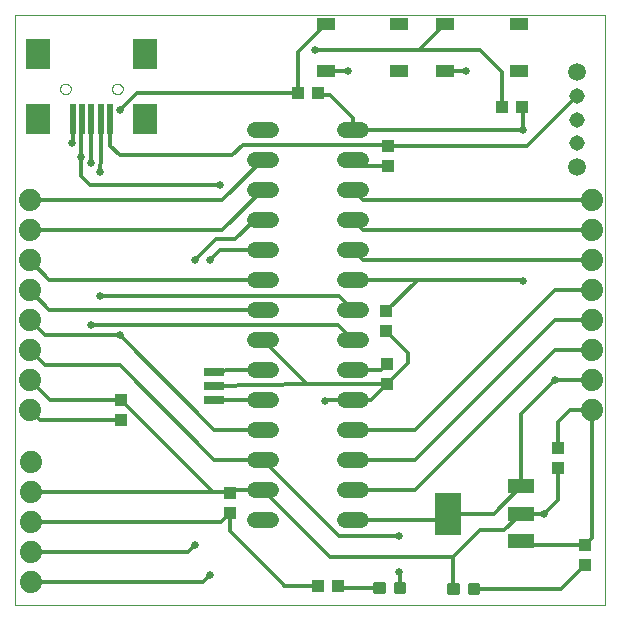
<source format=gtl>
G04 EAGLE Gerber X2 export*
G75*
%MOMM*%
%FSLAX34Y34*%
%LPD*%
%AMOC8*
5,1,8,0,0,1.08239X$1,22.5*%
G01*
%ADD10C,0.000000*%
%ADD11R,1.000000X1.100000*%
%ADD12R,1.700000X0.700000*%
%ADD13C,1.879600*%
%ADD14C,0.300000*%
%ADD15R,0.500000X2.500000*%
%ADD16R,2.000000X2.500000*%
%ADD17C,1.320800*%
%ADD18R,1.100000X1.000000*%
%ADD19R,1.650000X1.000000*%
%ADD20C,1.508000*%
%ADD21C,1.308000*%
%ADD22R,2.235200X1.219200*%
%ADD23R,2.200000X3.600000*%
%ADD24C,0.304800*%
%ADD25C,0.654800*%


D10*
X0Y0D02*
X500000Y0D01*
X500000Y500000D01*
X0Y500000D01*
X0Y0D01*
D11*
X89960Y173680D03*
X89960Y156680D03*
X316300Y388730D03*
X316300Y371730D03*
X314420Y249000D03*
X314420Y232000D03*
X314910Y204040D03*
X314910Y187040D03*
X182170Y95330D03*
X182170Y78330D03*
D12*
X168748Y197656D03*
X168748Y185656D03*
X168748Y173656D03*
D13*
X12700Y342900D03*
X12700Y317500D03*
X12700Y292100D03*
X12700Y266700D03*
X12700Y241300D03*
X12700Y215900D03*
X12700Y190500D03*
X12700Y165100D03*
X488950Y165100D03*
X488950Y190500D03*
X488950Y215900D03*
X488950Y241300D03*
X488950Y266700D03*
X488950Y292100D03*
X488950Y317500D03*
X488950Y342900D03*
D14*
X312370Y18070D02*
X312370Y11070D01*
X305370Y11070D01*
X305370Y18070D01*
X312370Y18070D01*
X312370Y14069D02*
X305370Y14069D01*
X305370Y17068D02*
X312370Y17068D01*
X329910Y18070D02*
X329910Y11070D01*
X322910Y11070D01*
X322910Y18070D01*
X329910Y18070D01*
X329910Y14069D02*
X322910Y14069D01*
X322910Y17068D02*
X329910Y17068D01*
D15*
X64900Y412090D03*
X72900Y412090D03*
X48900Y412090D03*
X56900Y412090D03*
D16*
X109900Y467090D03*
X109900Y412090D03*
X19900Y467090D03*
X19900Y412090D03*
D15*
X80900Y412090D03*
D10*
X82400Y437090D02*
X82402Y437224D01*
X82408Y437358D01*
X82418Y437491D01*
X82432Y437625D01*
X82450Y437758D01*
X82472Y437890D01*
X82497Y438021D01*
X82527Y438152D01*
X82561Y438282D01*
X82598Y438410D01*
X82639Y438538D01*
X82684Y438664D01*
X82733Y438789D01*
X82785Y438912D01*
X82841Y439034D01*
X82901Y439154D01*
X82964Y439272D01*
X83031Y439388D01*
X83101Y439502D01*
X83175Y439614D01*
X83252Y439724D01*
X83332Y439832D01*
X83415Y439937D01*
X83501Y440039D01*
X83590Y440139D01*
X83683Y440236D01*
X83778Y440331D01*
X83876Y440422D01*
X83976Y440511D01*
X84079Y440596D01*
X84185Y440679D01*
X84293Y440758D01*
X84403Y440834D01*
X84516Y440907D01*
X84631Y440976D01*
X84747Y441042D01*
X84866Y441104D01*
X84986Y441163D01*
X85109Y441218D01*
X85232Y441270D01*
X85357Y441317D01*
X85484Y441361D01*
X85612Y441402D01*
X85741Y441438D01*
X85871Y441471D01*
X86002Y441499D01*
X86133Y441524D01*
X86266Y441545D01*
X86399Y441562D01*
X86532Y441575D01*
X86666Y441584D01*
X86800Y441589D01*
X86934Y441590D01*
X87067Y441587D01*
X87201Y441580D01*
X87335Y441569D01*
X87468Y441554D01*
X87601Y441535D01*
X87733Y441512D01*
X87864Y441486D01*
X87994Y441455D01*
X88124Y441420D01*
X88252Y441382D01*
X88379Y441340D01*
X88505Y441294D01*
X88630Y441244D01*
X88753Y441191D01*
X88874Y441134D01*
X88994Y441073D01*
X89111Y441009D01*
X89227Y440942D01*
X89341Y440871D01*
X89452Y440796D01*
X89561Y440719D01*
X89668Y440638D01*
X89773Y440554D01*
X89874Y440467D01*
X89974Y440377D01*
X90070Y440284D01*
X90164Y440188D01*
X90255Y440089D01*
X90342Y439988D01*
X90427Y439884D01*
X90509Y439778D01*
X90587Y439670D01*
X90662Y439559D01*
X90734Y439446D01*
X90803Y439330D01*
X90868Y439213D01*
X90929Y439094D01*
X90987Y438973D01*
X91041Y438851D01*
X91092Y438727D01*
X91139Y438601D01*
X91182Y438474D01*
X91221Y438346D01*
X91257Y438217D01*
X91288Y438087D01*
X91316Y437956D01*
X91340Y437824D01*
X91360Y437691D01*
X91376Y437558D01*
X91388Y437425D01*
X91396Y437291D01*
X91400Y437157D01*
X91400Y437023D01*
X91396Y436889D01*
X91388Y436755D01*
X91376Y436622D01*
X91360Y436489D01*
X91340Y436356D01*
X91316Y436224D01*
X91288Y436093D01*
X91257Y435963D01*
X91221Y435834D01*
X91182Y435706D01*
X91139Y435579D01*
X91092Y435453D01*
X91041Y435329D01*
X90987Y435207D01*
X90929Y435086D01*
X90868Y434967D01*
X90803Y434850D01*
X90734Y434734D01*
X90662Y434621D01*
X90587Y434510D01*
X90509Y434402D01*
X90427Y434296D01*
X90342Y434192D01*
X90255Y434091D01*
X90164Y433992D01*
X90070Y433896D01*
X89974Y433803D01*
X89874Y433713D01*
X89773Y433626D01*
X89668Y433542D01*
X89561Y433461D01*
X89452Y433384D01*
X89341Y433309D01*
X89227Y433238D01*
X89111Y433171D01*
X88994Y433107D01*
X88874Y433046D01*
X88753Y432989D01*
X88630Y432936D01*
X88505Y432886D01*
X88379Y432840D01*
X88252Y432798D01*
X88124Y432760D01*
X87994Y432725D01*
X87864Y432694D01*
X87733Y432668D01*
X87601Y432645D01*
X87468Y432626D01*
X87335Y432611D01*
X87201Y432600D01*
X87067Y432593D01*
X86934Y432590D01*
X86800Y432591D01*
X86666Y432596D01*
X86532Y432605D01*
X86399Y432618D01*
X86266Y432635D01*
X86133Y432656D01*
X86002Y432681D01*
X85871Y432709D01*
X85741Y432742D01*
X85612Y432778D01*
X85484Y432819D01*
X85357Y432863D01*
X85232Y432910D01*
X85109Y432962D01*
X84986Y433017D01*
X84866Y433076D01*
X84747Y433138D01*
X84631Y433204D01*
X84516Y433273D01*
X84403Y433346D01*
X84293Y433422D01*
X84185Y433501D01*
X84079Y433584D01*
X83976Y433669D01*
X83876Y433758D01*
X83778Y433849D01*
X83683Y433944D01*
X83590Y434041D01*
X83501Y434141D01*
X83415Y434243D01*
X83332Y434348D01*
X83252Y434456D01*
X83175Y434566D01*
X83101Y434678D01*
X83031Y434792D01*
X82964Y434908D01*
X82901Y435026D01*
X82841Y435146D01*
X82785Y435268D01*
X82733Y435391D01*
X82684Y435516D01*
X82639Y435642D01*
X82598Y435770D01*
X82561Y435898D01*
X82527Y436028D01*
X82497Y436159D01*
X82472Y436290D01*
X82450Y436422D01*
X82432Y436555D01*
X82418Y436689D01*
X82408Y436822D01*
X82402Y436956D01*
X82400Y437090D01*
X38400Y437090D02*
X38402Y437224D01*
X38408Y437358D01*
X38418Y437491D01*
X38432Y437625D01*
X38450Y437758D01*
X38472Y437890D01*
X38497Y438021D01*
X38527Y438152D01*
X38561Y438282D01*
X38598Y438410D01*
X38639Y438538D01*
X38684Y438664D01*
X38733Y438789D01*
X38785Y438912D01*
X38841Y439034D01*
X38901Y439154D01*
X38964Y439272D01*
X39031Y439388D01*
X39101Y439502D01*
X39175Y439614D01*
X39252Y439724D01*
X39332Y439832D01*
X39415Y439937D01*
X39501Y440039D01*
X39590Y440139D01*
X39683Y440236D01*
X39778Y440331D01*
X39876Y440422D01*
X39976Y440511D01*
X40079Y440596D01*
X40185Y440679D01*
X40293Y440758D01*
X40403Y440834D01*
X40516Y440907D01*
X40631Y440976D01*
X40747Y441042D01*
X40866Y441104D01*
X40986Y441163D01*
X41109Y441218D01*
X41232Y441270D01*
X41357Y441317D01*
X41484Y441361D01*
X41612Y441402D01*
X41741Y441438D01*
X41871Y441471D01*
X42002Y441499D01*
X42133Y441524D01*
X42266Y441545D01*
X42399Y441562D01*
X42532Y441575D01*
X42666Y441584D01*
X42800Y441589D01*
X42934Y441590D01*
X43067Y441587D01*
X43201Y441580D01*
X43335Y441569D01*
X43468Y441554D01*
X43601Y441535D01*
X43733Y441512D01*
X43864Y441486D01*
X43994Y441455D01*
X44124Y441420D01*
X44252Y441382D01*
X44379Y441340D01*
X44505Y441294D01*
X44630Y441244D01*
X44753Y441191D01*
X44874Y441134D01*
X44994Y441073D01*
X45111Y441009D01*
X45227Y440942D01*
X45341Y440871D01*
X45452Y440796D01*
X45561Y440719D01*
X45668Y440638D01*
X45773Y440554D01*
X45874Y440467D01*
X45974Y440377D01*
X46070Y440284D01*
X46164Y440188D01*
X46255Y440089D01*
X46342Y439988D01*
X46427Y439884D01*
X46509Y439778D01*
X46587Y439670D01*
X46662Y439559D01*
X46734Y439446D01*
X46803Y439330D01*
X46868Y439213D01*
X46929Y439094D01*
X46987Y438973D01*
X47041Y438851D01*
X47092Y438727D01*
X47139Y438601D01*
X47182Y438474D01*
X47221Y438346D01*
X47257Y438217D01*
X47288Y438087D01*
X47316Y437956D01*
X47340Y437824D01*
X47360Y437691D01*
X47376Y437558D01*
X47388Y437425D01*
X47396Y437291D01*
X47400Y437157D01*
X47400Y437023D01*
X47396Y436889D01*
X47388Y436755D01*
X47376Y436622D01*
X47360Y436489D01*
X47340Y436356D01*
X47316Y436224D01*
X47288Y436093D01*
X47257Y435963D01*
X47221Y435834D01*
X47182Y435706D01*
X47139Y435579D01*
X47092Y435453D01*
X47041Y435329D01*
X46987Y435207D01*
X46929Y435086D01*
X46868Y434967D01*
X46803Y434850D01*
X46734Y434734D01*
X46662Y434621D01*
X46587Y434510D01*
X46509Y434402D01*
X46427Y434296D01*
X46342Y434192D01*
X46255Y434091D01*
X46164Y433992D01*
X46070Y433896D01*
X45974Y433803D01*
X45874Y433713D01*
X45773Y433626D01*
X45668Y433542D01*
X45561Y433461D01*
X45452Y433384D01*
X45341Y433309D01*
X45227Y433238D01*
X45111Y433171D01*
X44994Y433107D01*
X44874Y433046D01*
X44753Y432989D01*
X44630Y432936D01*
X44505Y432886D01*
X44379Y432840D01*
X44252Y432798D01*
X44124Y432760D01*
X43994Y432725D01*
X43864Y432694D01*
X43733Y432668D01*
X43601Y432645D01*
X43468Y432626D01*
X43335Y432611D01*
X43201Y432600D01*
X43067Y432593D01*
X42934Y432590D01*
X42800Y432591D01*
X42666Y432596D01*
X42532Y432605D01*
X42399Y432618D01*
X42266Y432635D01*
X42133Y432656D01*
X42002Y432681D01*
X41871Y432709D01*
X41741Y432742D01*
X41612Y432778D01*
X41484Y432819D01*
X41357Y432863D01*
X41232Y432910D01*
X41109Y432962D01*
X40986Y433017D01*
X40866Y433076D01*
X40747Y433138D01*
X40631Y433204D01*
X40516Y433273D01*
X40403Y433346D01*
X40293Y433422D01*
X40185Y433501D01*
X40079Y433584D01*
X39976Y433669D01*
X39876Y433758D01*
X39778Y433849D01*
X39683Y433944D01*
X39590Y434041D01*
X39501Y434141D01*
X39415Y434243D01*
X39332Y434348D01*
X39252Y434456D01*
X39175Y434566D01*
X39101Y434678D01*
X39031Y434792D01*
X38964Y434908D01*
X38901Y435026D01*
X38841Y435146D01*
X38785Y435268D01*
X38733Y435391D01*
X38684Y435516D01*
X38639Y435642D01*
X38598Y435770D01*
X38561Y435898D01*
X38527Y436028D01*
X38497Y436159D01*
X38472Y436290D01*
X38450Y436422D01*
X38432Y436555D01*
X38418Y436689D01*
X38408Y436822D01*
X38402Y436956D01*
X38400Y437090D01*
D17*
X203396Y402600D02*
X216604Y402600D01*
X216604Y377200D02*
X203396Y377200D01*
X203396Y351800D02*
X216604Y351800D01*
X216604Y326400D02*
X203396Y326400D01*
X203396Y301000D02*
X216604Y301000D01*
X216604Y275600D02*
X203396Y275600D01*
X203396Y250200D02*
X216604Y250200D01*
X216604Y224800D02*
X203396Y224800D01*
X203396Y199400D02*
X216604Y199400D01*
X216604Y174000D02*
X203396Y174000D01*
X203396Y148600D02*
X216604Y148600D01*
X216604Y123200D02*
X203396Y123200D01*
X203396Y97800D02*
X216604Y97800D01*
X216604Y72400D02*
X203396Y72400D01*
X279596Y72400D02*
X292804Y72400D01*
X292804Y97800D02*
X279596Y97800D01*
X279596Y123200D02*
X292804Y123200D01*
X292804Y148600D02*
X279596Y148600D01*
X279596Y174000D02*
X292804Y174000D01*
X292804Y199400D02*
X279596Y199400D01*
X279596Y224800D02*
X292804Y224800D01*
X292804Y250200D02*
X279596Y250200D01*
X279596Y275600D02*
X292804Y275600D01*
X292804Y301000D02*
X279596Y301000D01*
X279596Y326400D02*
X292804Y326400D01*
X292804Y351800D02*
X279596Y351800D01*
X279596Y377200D02*
X292804Y377200D01*
X292804Y402600D02*
X279596Y402600D01*
D13*
X13320Y121370D03*
X13320Y95970D03*
X13320Y70570D03*
X13320Y45170D03*
X13320Y19770D03*
D18*
X483010Y50850D03*
X483010Y33850D03*
D11*
X256840Y16700D03*
X273840Y16700D03*
X412170Y421810D03*
X429170Y421810D03*
X239940Y433870D03*
X256940Y433870D03*
D14*
X385490Y17070D02*
X385490Y10070D01*
X385490Y17070D02*
X392490Y17070D01*
X392490Y10070D01*
X385490Y10070D01*
X385490Y13069D02*
X392490Y13069D01*
X392490Y16068D02*
X385490Y16068D01*
X367950Y17070D02*
X367950Y10070D01*
X367950Y17070D02*
X374950Y17070D01*
X374950Y10070D01*
X367950Y10070D01*
X367950Y13069D02*
X374950Y13069D01*
X374950Y16068D02*
X367950Y16068D01*
D19*
X364550Y492260D03*
X364550Y452260D03*
X426550Y452260D03*
X426550Y492260D03*
D20*
X476410Y451160D03*
X476410Y371160D03*
D21*
X476410Y431160D03*
X476410Y411160D03*
X476410Y391160D03*
D19*
X263360Y492200D03*
X263360Y452200D03*
X325360Y452200D03*
X325360Y492200D03*
D11*
X459740Y115960D03*
X459740Y132960D03*
D22*
X428498Y54356D03*
X428498Y77470D03*
X428498Y100584D03*
D23*
X366520Y77470D03*
D24*
X275970Y14570D02*
X273840Y16700D01*
X275970Y14570D02*
X308870Y14570D01*
X462730Y13570D02*
X483010Y33850D01*
X462730Y13570D02*
X388990Y13570D01*
X414528Y63500D02*
X428498Y77470D01*
X414528Y63500D02*
X393700Y63500D01*
X371450Y41250D01*
X371450Y13570D01*
X314420Y249000D02*
X312800Y249000D01*
D25*
X430530Y274320D03*
X448310Y77470D03*
D24*
X428498Y77470D01*
X448310Y77470D02*
X459740Y88900D01*
X459740Y115960D01*
X341020Y275600D02*
X286200Y275600D01*
X341020Y275600D02*
X429250Y275600D01*
X430530Y274320D01*
X341020Y275600D02*
X314420Y249000D01*
X266550Y41250D02*
X371450Y41250D01*
X266550Y41250D02*
X210000Y97800D01*
X184640Y97800D01*
X182170Y95330D01*
X167670Y95970D02*
X13320Y95970D01*
X181530Y95970D02*
X182170Y95330D01*
D25*
X430530Y402590D03*
D24*
X286210Y402590D01*
X286200Y402600D01*
X430530Y402590D02*
X430530Y420450D01*
X429170Y421810D01*
X259010Y431800D02*
X256940Y433870D01*
X259010Y431800D02*
X266700Y431800D01*
X286210Y412290D01*
X286210Y402590D01*
X29520Y173680D02*
X12700Y190500D01*
X29520Y173680D02*
X89960Y173680D01*
X167670Y95970D01*
X181530Y95970D01*
X428498Y54356D02*
X432004Y50850D01*
X483010Y50850D01*
D25*
X48260Y391160D03*
D24*
X291670Y371730D02*
X316300Y371730D01*
X291670Y371730D02*
X286200Y377200D01*
X299240Y187040D02*
X314910Y187040D01*
X247620Y187180D02*
X168748Y185656D01*
X247620Y187180D02*
X299100Y187180D01*
X314910Y187040D02*
X332730Y204860D01*
X332730Y213690D02*
X314420Y232000D01*
X332730Y213690D02*
X332730Y204860D01*
X488950Y165100D02*
X488950Y56790D01*
X483010Y50850D01*
X459740Y132960D02*
X459740Y154940D01*
X469900Y165100D01*
X488950Y165100D01*
X228600Y16700D02*
X228280Y16700D01*
X228600Y16700D02*
X256840Y16700D01*
X48900Y391800D02*
X48900Y412090D01*
X48900Y391800D02*
X48260Y391160D01*
D25*
X382270Y452120D03*
D24*
X382130Y452260D02*
X364550Y452260D01*
X382130Y452260D02*
X382270Y452120D01*
D25*
X281940Y452120D03*
D24*
X281860Y452200D02*
X263360Y452200D01*
X281860Y452200D02*
X281940Y452120D01*
X299100Y187180D02*
X299240Y187040D01*
X301870Y174000D02*
X286200Y174000D01*
X301870Y174000D02*
X314910Y187040D01*
D25*
X262890Y172720D03*
D24*
X264170Y174000D02*
X286200Y174000D01*
X264170Y174000D02*
X262890Y172720D01*
X182170Y78330D02*
X182170Y63130D01*
X228600Y16700D01*
X174410Y70570D02*
X13320Y70570D01*
X174410Y70570D02*
X182170Y78330D01*
X247620Y187180D02*
X210000Y224800D01*
X21120Y156680D02*
X12700Y165100D01*
X21120Y156680D02*
X89960Y156680D01*
X488950Y186436D02*
X488950Y190500D01*
X428498Y100584D02*
X405384Y77470D01*
X368300Y77470D01*
X366520Y77470D01*
X428498Y100584D02*
X428498Y161798D01*
X457200Y190500D01*
X488950Y190500D01*
D25*
X457200Y190500D03*
D24*
X363230Y72400D02*
X286200Y72400D01*
X363230Y72400D02*
X368300Y77470D01*
X310270Y199400D02*
X314910Y204040D01*
X310270Y199400D02*
X286200Y199400D01*
X175700Y342900D02*
X12700Y342900D01*
X175700Y342900D02*
X210000Y377200D01*
X210000Y351800D02*
X175700Y317500D01*
X12700Y317500D01*
X13320Y19770D02*
X159470Y19770D01*
X165100Y25400D01*
D25*
X165100Y25400D03*
X165100Y292100D03*
D24*
X174000Y301000D01*
X210000Y301000D01*
X29200Y275600D02*
X12700Y292100D01*
X29200Y275600D02*
X210000Y275600D01*
X29200Y250200D02*
X12700Y266700D01*
X29200Y250200D02*
X210000Y250200D01*
X146770Y45170D02*
X13320Y45170D01*
X146770Y45170D02*
X152400Y50800D01*
D25*
X152400Y50800D03*
X152400Y292100D03*
D24*
X170180Y309880D01*
X186690Y309880D01*
X203210Y326400D01*
X210000Y326400D01*
D25*
X254000Y469900D03*
D24*
X342190Y469900D01*
X364550Y492260D01*
X412170Y451430D02*
X412170Y421810D01*
X393700Y469900D02*
X342190Y469900D01*
X393700Y469900D02*
X412170Y451430D01*
D25*
X55880Y379730D03*
D24*
X55880Y411070D02*
X56900Y412090D01*
X55880Y411070D02*
X55880Y379730D01*
X55880Y363220D01*
X63500Y355600D01*
X173990Y355600D01*
X175260Y355600D01*
D25*
X173990Y355600D03*
X64770Y374650D03*
D24*
X64900Y379860D02*
X64900Y412090D01*
X64900Y379860D02*
X64770Y374650D01*
D25*
X64770Y237490D03*
D24*
X273510Y237490D01*
X286200Y224800D01*
D25*
X72390Y367030D03*
D24*
X72900Y380240D02*
X72900Y412090D01*
X72900Y380240D02*
X72390Y367030D01*
D25*
X72390Y261620D03*
D24*
X274780Y261620D01*
X286200Y250200D01*
X210000Y174000D02*
X182120Y174000D01*
X168748Y173656D01*
X181160Y199400D02*
X210000Y199400D01*
X181160Y199400D02*
X168748Y197656D01*
X25400Y228600D02*
X12700Y241300D01*
X25400Y228600D02*
X88900Y228600D01*
X168900Y148600D01*
X210000Y148600D01*
D25*
X88900Y419100D03*
X88900Y228600D03*
D24*
X239940Y433870D02*
X239940Y468780D01*
X263360Y492200D01*
X239940Y433870D02*
X103670Y433870D01*
X88900Y419100D01*
X12700Y215900D02*
X25400Y203200D01*
X88900Y203200D01*
X168900Y123200D01*
X210000Y123200D01*
D25*
X325120Y58420D03*
X325120Y27940D03*
D24*
X274780Y58420D02*
X210000Y123200D01*
X274780Y58420D02*
X325120Y58420D01*
X325120Y27940D02*
X326410Y26650D01*
X326410Y14570D01*
X339100Y148600D02*
X286200Y148600D01*
X339100Y148600D02*
X457200Y266700D01*
X488950Y266700D01*
X339100Y123200D02*
X286200Y123200D01*
X339100Y123200D02*
X457200Y241300D01*
X488950Y241300D01*
X339100Y97800D02*
X286200Y97800D01*
X339100Y97800D02*
X457200Y215900D01*
X488950Y215900D01*
X295100Y342900D02*
X286200Y351800D01*
X295100Y342900D02*
X488950Y342900D01*
X295100Y317500D02*
X286200Y326400D01*
X295100Y317500D02*
X488950Y317500D01*
X295100Y292100D02*
X286200Y301000D01*
X295100Y292100D02*
X488950Y292100D01*
X80900Y389000D02*
X80900Y412090D01*
X80900Y389000D02*
X88900Y381000D01*
X184150Y381000D02*
X193040Y389890D01*
X315140Y389890D01*
X316300Y388730D01*
X184150Y381000D02*
X88900Y381000D01*
X433980Y388730D02*
X476410Y431160D01*
X433980Y388730D02*
X316300Y388730D01*
M02*

</source>
